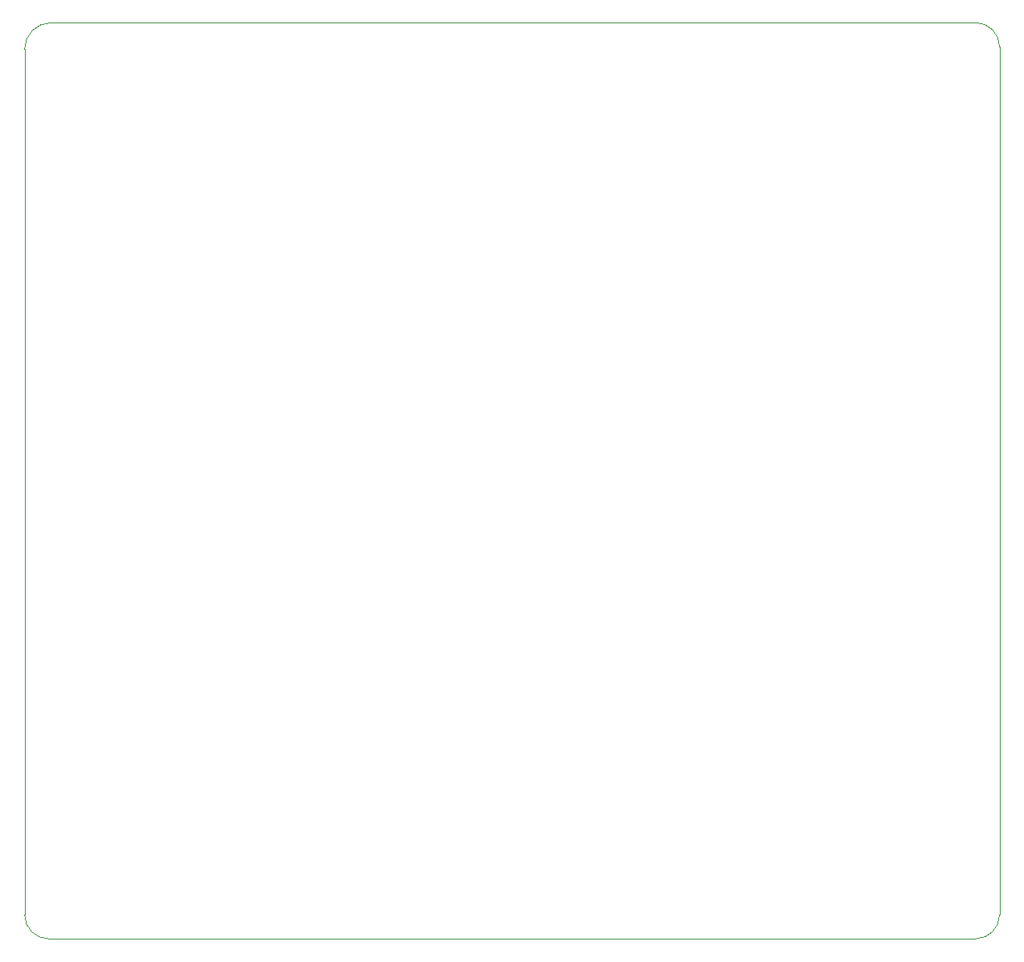
<source format=gm1>
G04 #@! TF.GenerationSoftware,KiCad,Pcbnew,(6.0.7)*
G04 #@! TF.CreationDate,2023-03-20T21:04:32-05:00*
G04 #@! TF.ProjectId,2023Rev2,32303233-5265-4763-922e-6b696361645f,rev?*
G04 #@! TF.SameCoordinates,Original*
G04 #@! TF.FileFunction,Profile,NP*
%FSLAX46Y46*%
G04 Gerber Fmt 4.6, Leading zero omitted, Abs format (unit mm)*
G04 Created by KiCad (PCBNEW (6.0.7)) date 2023-03-20 21:04:32*
%MOMM*%
%LPD*%
G01*
G04 APERTURE LIST*
G04 #@! TA.AperFunction,Profile*
%ADD10C,0.050000*%
G04 #@! TD*
G04 APERTURE END LIST*
D10*
X174498000Y-27940000D02*
G75*
G03*
X171958000Y-25400000I-2540000J0D01*
G01*
X71882000Y-119380000D02*
G75*
G03*
X74422000Y-121920000I2540000J0D01*
G01*
X74422000Y-121920000D02*
X171958000Y-121920000D01*
X171958000Y-121920000D02*
G75*
G03*
X174498000Y-119380000I0J2540000D01*
G01*
X71882000Y-28194000D02*
X71882000Y-119380000D01*
X174498000Y-27940000D02*
X174498000Y-119380000D01*
X74676000Y-25400000D02*
X171958000Y-25400000D01*
X74676000Y-25400000D02*
G75*
G03*
X71882000Y-28194000I0J-2794000D01*
G01*
M02*

</source>
